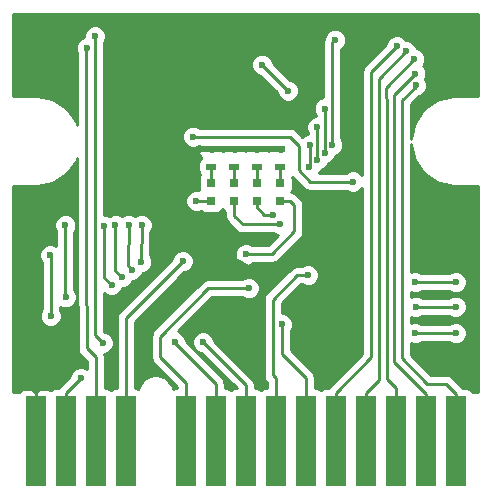
<source format=gbr>
G04 #@! TF.FileFunction,Copper,L2,Bot,Signal*
%FSLAX46Y46*%
G04 Gerber Fmt 4.6, Leading zero omitted, Abs format (unit mm)*
G04 Created by KiCad (PCBNEW 4.0.0-rc1-stable) date 20-08-2016 17:56:14*
%MOMM*%
G01*
G04 APERTURE LIST*
%ADD10C,0.100000*%
%ADD11R,1.778000X7.620000*%
%ADD12R,0.797560X0.797560*%
%ADD13R,0.900000X0.500000*%
%ADD14C,0.600000*%
%ADD15C,0.250000*%
%ADD16C,0.254000*%
G04 APERTURE END LIST*
D10*
D11*
X165100000Y-93980000D03*
X162560000Y-93980000D03*
X160020000Y-93980000D03*
X157480000Y-93980000D03*
X154940000Y-93980000D03*
X152400000Y-93980000D03*
X149860000Y-93980000D03*
X147320000Y-93980000D03*
X144780000Y-93980000D03*
X142240000Y-93980000D03*
X137160000Y-93980000D03*
X134620000Y-93980000D03*
X132080000Y-93980000D03*
X129540000Y-93980000D03*
D12*
X144400000Y-72150700D03*
X144400000Y-73649300D03*
X146367500Y-72148700D03*
X146367500Y-73647300D03*
X148272500Y-72148700D03*
X148272500Y-73647300D03*
X150250000Y-72150700D03*
X150250000Y-73649300D03*
D13*
X146367500Y-69227000D03*
X146367500Y-70727000D03*
X150241000Y-69227000D03*
X150241000Y-70727000D03*
X144399000Y-69227000D03*
X144399000Y-70727000D03*
X148272500Y-69227000D03*
X148272500Y-70727000D03*
D14*
X132050000Y-75700000D03*
X132080000Y-81788000D03*
X135960000Y-80750000D03*
X135330000Y-75730000D03*
X136280000Y-75720000D03*
X136820000Y-80120000D03*
X137690000Y-79470000D03*
X137410000Y-75710000D03*
X138490000Y-78810000D03*
X138500000Y-75680000D03*
X152730000Y-68920000D03*
X152710000Y-70790000D03*
X153370000Y-70160000D03*
X153380000Y-67380000D03*
X154000000Y-69550000D03*
X154010000Y-65820000D03*
X130746500Y-78232000D03*
X130810000Y-83375500D03*
X165100000Y-84836000D03*
X161671000Y-84836000D03*
X161671000Y-80518000D03*
X165100000Y-80518000D03*
X143150000Y-73650000D03*
X156400000Y-72000000D03*
X142850000Y-68200000D03*
X165100000Y-82600000D03*
X161700000Y-82600000D03*
X161700000Y-63860000D03*
X161680000Y-62870000D03*
X161600000Y-61640000D03*
X160900000Y-60990000D03*
X160110000Y-60530000D03*
X150400000Y-84100000D03*
X152600000Y-79925000D03*
X154900000Y-60000000D03*
X154650000Y-68900000D03*
X143700000Y-85600000D03*
X134550000Y-59700000D03*
X135200000Y-85650000D03*
X141300000Y-85600000D03*
X147574000Y-81026000D03*
X150900000Y-64300000D03*
X148700000Y-62100000D03*
X141986000Y-78740000D03*
X133850000Y-60700000D03*
X133350000Y-88646000D03*
X161671000Y-77216000D03*
X157099000Y-73660000D03*
X142319000Y-76906000D03*
X155450000Y-78725000D03*
X140100000Y-69225000D03*
X138325000Y-69200000D03*
X135900000Y-62700000D03*
X129560000Y-76950000D03*
X147325000Y-78175000D03*
X149606000Y-74803000D03*
X150241000Y-75628500D03*
D15*
X132030000Y-81738000D02*
X132050000Y-75700000D01*
X132080000Y-81788000D02*
X132030000Y-81738000D01*
X135930000Y-80750000D02*
X135960000Y-80750000D01*
X135300000Y-80120000D02*
X135930000Y-80750000D01*
X135300000Y-75760000D02*
X135300000Y-80120000D01*
X135330000Y-75730000D02*
X135300000Y-75760000D01*
X136280000Y-75720000D02*
X136280000Y-79580000D01*
X136280000Y-79580000D02*
X136820000Y-80120000D01*
X137410000Y-75710000D02*
X137392047Y-79039580D01*
X137392047Y-79039580D02*
X137690000Y-79470000D01*
X138490000Y-78810000D02*
X138500000Y-75680000D01*
X152730000Y-70770000D02*
X152730000Y-68920000D01*
X152710000Y-70790000D02*
X152730000Y-70770000D01*
X153370000Y-70160000D02*
X153370000Y-67400000D01*
X153370000Y-67400000D02*
X153380000Y-67390000D01*
X153380000Y-67390000D02*
X153380000Y-67380000D01*
X154000000Y-69550000D02*
X154010000Y-69540000D01*
X154010000Y-69540000D02*
X154010000Y-65820000D01*
X130810000Y-83375500D02*
X130810000Y-78295500D01*
X130810000Y-78295500D02*
X130746500Y-78232000D01*
X165100000Y-84836000D02*
X161671000Y-84836000D01*
X165100000Y-80518000D02*
X161671000Y-80518000D01*
X143150700Y-73649300D02*
X144400000Y-73649300D01*
X143150000Y-73650000D02*
X143150700Y-73649300D01*
X155150000Y-72000000D02*
X152750000Y-72000000D01*
X155150000Y-72000000D02*
X156400000Y-72000000D01*
X147550000Y-68200000D02*
X142850000Y-68200000D01*
X152750000Y-72000000D02*
X151800000Y-71050000D01*
X151800000Y-71050000D02*
X151800000Y-68950000D01*
X151800000Y-68950000D02*
X151050000Y-68200000D01*
X151050000Y-68200000D02*
X147550000Y-68200000D01*
X161700000Y-82600000D02*
X165100000Y-82600000D01*
X160559963Y-68299835D02*
X160559963Y-86959963D01*
X164250000Y-89100000D02*
X165100000Y-89950000D01*
X162700000Y-89100000D02*
X164250000Y-89100000D01*
X160559963Y-86959963D02*
X162700000Y-89100000D01*
X165100000Y-89950000D02*
X165100000Y-93980000D01*
X161700000Y-63860000D02*
X161700000Y-63870000D01*
X161700000Y-63870000D02*
X161700000Y-63970000D01*
X160570000Y-66300000D02*
X160570000Y-65100000D01*
X160559963Y-68299835D02*
X160570000Y-66310000D01*
X165100000Y-89950000D02*
X165100000Y-93980000D01*
X160570000Y-66310000D02*
X160570000Y-66300000D01*
X161700000Y-63970000D02*
X160570000Y-65100000D01*
X161700000Y-63870000D02*
X161691674Y-63878326D01*
X159900000Y-70100000D02*
X159900000Y-87300000D01*
X159900000Y-87300000D02*
X162560000Y-89960000D01*
X161210000Y-63340000D02*
X159900000Y-64650000D01*
X161680000Y-62870000D02*
X161210000Y-63340000D01*
X159900000Y-66580000D02*
X159900000Y-66050000D01*
X159900000Y-66050000D02*
X159900000Y-64650000D01*
X162560000Y-93980000D02*
X162560000Y-89960000D01*
X159900000Y-70100000D02*
X159900000Y-66580000D01*
X159250000Y-87900000D02*
X159250000Y-88750000D01*
X160020000Y-89520000D02*
X160020000Y-93980000D01*
X159250000Y-88750000D02*
X160020000Y-89520000D01*
X159250000Y-70400000D02*
X159250000Y-87900000D01*
X159250000Y-65840000D02*
X159250000Y-66360000D01*
X159240530Y-64069890D02*
X159250000Y-65840000D01*
X161600000Y-61640000D02*
X159240530Y-64069890D01*
X161600000Y-61640000D02*
X161600000Y-61640000D01*
X159250000Y-70400000D02*
X159250000Y-66360000D01*
X158600000Y-70477380D02*
X158600000Y-88780000D01*
X158600000Y-88780000D02*
X157480000Y-89900000D01*
X157480000Y-93980000D02*
X157480000Y-89900000D01*
X160900000Y-60990000D02*
X160900000Y-60990000D01*
X158602428Y-63313060D02*
X160900000Y-60990000D01*
X158600000Y-65550000D02*
X158602428Y-63313060D01*
X158600000Y-70477380D02*
X158600000Y-65550000D01*
X157950000Y-70500240D02*
X157950000Y-86890000D01*
X157950000Y-86890000D02*
X154940000Y-89900000D01*
X154940000Y-93980000D02*
X154940000Y-89900000D01*
X157950000Y-62690000D02*
X160110000Y-60530000D01*
X157950000Y-70500240D02*
X157950000Y-62690000D01*
X152400000Y-93980000D02*
X152400000Y-88600000D01*
X150400000Y-86600000D02*
X150400000Y-84100000D01*
X152400000Y-88600000D02*
X150400000Y-86600000D01*
X149600000Y-83500000D02*
X149600000Y-82000000D01*
X149600000Y-82000000D02*
X151675000Y-79925000D01*
X151675000Y-79925000D02*
X152600000Y-79925000D01*
X154850000Y-60000000D02*
X154900000Y-60000000D01*
X154650000Y-60200000D02*
X154850000Y-60000000D01*
X154650000Y-62700000D02*
X154650000Y-60200000D01*
X154650000Y-68900000D02*
X154650000Y-62700000D01*
X149860000Y-93980000D02*
X149860000Y-88660000D01*
X149860000Y-88660000D02*
X149600000Y-88400000D01*
X149600000Y-88400000D02*
X149600000Y-83500000D01*
X147320000Y-89220000D02*
X147320000Y-93980000D01*
X143700000Y-85600000D02*
X147320000Y-89220000D01*
X144780000Y-93980000D02*
X144780000Y-89120000D01*
X134550000Y-85000000D02*
X134550000Y-59700000D01*
X135200000Y-85650000D02*
X134550000Y-85000000D01*
X141300000Y-85640000D02*
X141300000Y-85600000D01*
X144780000Y-89120000D02*
X141300000Y-85640000D01*
X140050000Y-85725000D02*
X140050000Y-85121000D01*
X144145000Y-81026000D02*
X147574000Y-81026000D01*
X140050000Y-85121000D02*
X144145000Y-81026000D01*
X142240000Y-93980000D02*
X142240000Y-89040000D01*
X142240000Y-89040000D02*
X140050000Y-86850000D01*
X140050000Y-86850000D02*
X140050000Y-85725000D01*
X150900000Y-64300000D02*
X148700000Y-62100000D01*
X137150000Y-85090000D02*
X137150000Y-83576000D01*
X137150000Y-83576000D02*
X141986000Y-78740000D01*
X137150000Y-86460000D02*
X137150000Y-85090000D01*
X137150000Y-86460000D02*
X137150000Y-86460000D01*
X137150000Y-86460000D02*
X137160000Y-86460000D01*
X137160000Y-93980000D02*
X137160000Y-86460000D01*
X133836102Y-63600000D02*
X133836102Y-60713898D01*
X133836102Y-60713898D02*
X133850000Y-60700000D01*
X133836102Y-78899989D02*
X133836102Y-63600000D01*
X134620000Y-93980000D02*
X134620000Y-86890000D01*
X133850000Y-86120000D02*
X133836102Y-78899989D01*
X134620000Y-86890000D02*
X133850000Y-86120000D01*
X132080000Y-93980000D02*
X132080000Y-89916000D01*
X132080000Y-89916000D02*
X133350000Y-88646000D01*
X155450000Y-78725000D02*
X155463000Y-78725000D01*
X157099000Y-77089000D02*
X157099000Y-73660000D01*
X155463000Y-78725000D02*
X157099000Y-77089000D01*
X153162000Y-78825000D02*
X151426000Y-78825000D01*
X151426000Y-78825000D02*
X146304000Y-83947000D01*
X154686000Y-78825000D02*
X153162000Y-78825000D01*
X153162000Y-78825000D02*
X149775000Y-78825000D01*
X143518000Y-78105000D02*
X142319000Y-76906000D01*
X145669000Y-78105000D02*
X143518000Y-78105000D01*
X147701000Y-79248000D02*
X145669000Y-78105000D01*
X149352000Y-79248000D02*
X147701000Y-79248000D01*
X149775000Y-78825000D02*
X149352000Y-79248000D01*
X148300000Y-69200000D02*
X150214000Y-69200000D01*
X150214000Y-69200000D02*
X150241000Y-69227000D01*
X138325000Y-69200000D02*
X140075000Y-69200000D01*
X140075000Y-69200000D02*
X140100000Y-69225000D01*
X155350000Y-78825000D02*
X155450000Y-78725000D01*
X154686000Y-78825000D02*
X155350000Y-78825000D01*
X140125000Y-69200000D02*
X148300000Y-69200000D01*
X140100000Y-69225000D02*
X140125000Y-69200000D01*
X138325000Y-69200000D02*
X138300000Y-65500000D01*
X138300000Y-65500000D02*
X136700000Y-63900000D01*
X135900000Y-63100000D02*
X135900000Y-62700000D01*
X136700000Y-63900000D02*
X135900000Y-63100000D01*
X129540000Y-93980000D02*
X129540000Y-76970000D01*
X129540000Y-76970000D02*
X129560000Y-76950000D01*
X151099300Y-73649300D02*
X150250000Y-73649300D01*
X151450000Y-74000000D02*
X151099300Y-73649300D01*
X151450000Y-76225000D02*
X151450000Y-74000000D01*
X149525000Y-78150000D02*
X151450000Y-76225000D01*
X147350000Y-78150000D02*
X149525000Y-78150000D01*
X147325000Y-78175000D02*
X147350000Y-78150000D01*
X148272500Y-73647300D02*
X148272500Y-74168000D01*
X148907500Y-74803000D02*
X149606000Y-74803000D01*
X148272500Y-74168000D02*
X148907500Y-74803000D01*
X146367500Y-73647300D02*
X146367500Y-74930000D01*
X147066000Y-75628500D02*
X150241000Y-75628500D01*
X146367500Y-74930000D02*
X147066000Y-75628500D01*
X144400000Y-72150700D02*
X144400000Y-70700000D01*
X146350000Y-70773000D02*
X146304000Y-70727000D01*
X146350000Y-72150700D02*
X146350000Y-70773000D01*
X148300000Y-72150700D02*
X148300000Y-70700000D01*
X150250000Y-70736000D02*
X150241000Y-70727000D01*
X150250000Y-72150700D02*
X150250000Y-70736000D01*
D16*
G36*
X133076102Y-78899989D02*
X133076247Y-78900719D01*
X133076103Y-78901452D01*
X133090001Y-86121463D01*
X133119094Y-86266263D01*
X133147852Y-86410839D01*
X133148266Y-86411459D01*
X133148413Y-86412190D01*
X133230654Y-86534762D01*
X133312599Y-86657401D01*
X133860000Y-87204802D01*
X133860000Y-87845367D01*
X133536799Y-87711162D01*
X133164833Y-87710838D01*
X132821057Y-87852883D01*
X132557808Y-88115673D01*
X132415162Y-88459201D01*
X132415121Y-88506077D01*
X131542599Y-89378599D01*
X131446408Y-89522560D01*
X131191000Y-89522560D01*
X130955683Y-89566838D01*
X130814629Y-89657604D01*
X130788698Y-89631673D01*
X130555309Y-89535000D01*
X129825750Y-89535000D01*
X129667000Y-89693750D01*
X129667000Y-89789000D01*
X129413000Y-89789000D01*
X129413000Y-89693750D01*
X129254250Y-89535000D01*
X128524691Y-89535000D01*
X128291302Y-89631673D01*
X128133974Y-89789000D01*
X127635500Y-89789000D01*
X127635500Y-78417167D01*
X129811338Y-78417167D01*
X129953383Y-78760943D01*
X130050000Y-78857729D01*
X130050000Y-82813037D01*
X130017808Y-82845173D01*
X129875162Y-83188701D01*
X129874838Y-83560667D01*
X130016883Y-83904443D01*
X130279673Y-84167692D01*
X130623201Y-84310338D01*
X130995167Y-84310662D01*
X131338943Y-84168617D01*
X131602192Y-83905827D01*
X131744838Y-83562299D01*
X131745162Y-83190333D01*
X131603117Y-82846557D01*
X131570000Y-82813382D01*
X131570000Y-82588633D01*
X131893201Y-82722838D01*
X132265167Y-82723162D01*
X132608943Y-82581117D01*
X132872192Y-82318327D01*
X133014838Y-81974799D01*
X133015162Y-81602833D01*
X132873117Y-81259057D01*
X132791860Y-81177658D01*
X132808135Y-76264325D01*
X132842192Y-76230327D01*
X132984838Y-75886799D01*
X132985162Y-75514833D01*
X132843117Y-75171057D01*
X132580327Y-74907808D01*
X132236799Y-74765162D01*
X131864833Y-74764838D01*
X131521057Y-74906883D01*
X131257808Y-75169673D01*
X131115162Y-75513201D01*
X131114838Y-75885167D01*
X131256883Y-76228943D01*
X131288140Y-76260254D01*
X131284208Y-77447202D01*
X131276827Y-77439808D01*
X130933299Y-77297162D01*
X130561333Y-77296838D01*
X130217557Y-77438883D01*
X129954308Y-77701673D01*
X129811662Y-78045201D01*
X129811338Y-78417167D01*
X127635500Y-78417167D01*
X127635500Y-72390500D01*
X129540000Y-72390500D01*
X129601389Y-72378289D01*
X129663980Y-72378289D01*
X130879000Y-72136607D01*
X131108085Y-72041717D01*
X132138129Y-71353463D01*
X132313463Y-71178129D01*
X133001717Y-70148085D01*
X133076102Y-69968504D01*
X133076102Y-78899989D01*
X133076102Y-78899989D01*
G37*
X133076102Y-78899989D02*
X133076247Y-78900719D01*
X133076103Y-78901452D01*
X133090001Y-86121463D01*
X133119094Y-86266263D01*
X133147852Y-86410839D01*
X133148266Y-86411459D01*
X133148413Y-86412190D01*
X133230654Y-86534762D01*
X133312599Y-86657401D01*
X133860000Y-87204802D01*
X133860000Y-87845367D01*
X133536799Y-87711162D01*
X133164833Y-87710838D01*
X132821057Y-87852883D01*
X132557808Y-88115673D01*
X132415162Y-88459201D01*
X132415121Y-88506077D01*
X131542599Y-89378599D01*
X131446408Y-89522560D01*
X131191000Y-89522560D01*
X130955683Y-89566838D01*
X130814629Y-89657604D01*
X130788698Y-89631673D01*
X130555309Y-89535000D01*
X129825750Y-89535000D01*
X129667000Y-89693750D01*
X129667000Y-89789000D01*
X129413000Y-89789000D01*
X129413000Y-89693750D01*
X129254250Y-89535000D01*
X128524691Y-89535000D01*
X128291302Y-89631673D01*
X128133974Y-89789000D01*
X127635500Y-89789000D01*
X127635500Y-78417167D01*
X129811338Y-78417167D01*
X129953383Y-78760943D01*
X130050000Y-78857729D01*
X130050000Y-82813037D01*
X130017808Y-82845173D01*
X129875162Y-83188701D01*
X129874838Y-83560667D01*
X130016883Y-83904443D01*
X130279673Y-84167692D01*
X130623201Y-84310338D01*
X130995167Y-84310662D01*
X131338943Y-84168617D01*
X131602192Y-83905827D01*
X131744838Y-83562299D01*
X131745162Y-83190333D01*
X131603117Y-82846557D01*
X131570000Y-82813382D01*
X131570000Y-82588633D01*
X131893201Y-82722838D01*
X132265167Y-82723162D01*
X132608943Y-82581117D01*
X132872192Y-82318327D01*
X133014838Y-81974799D01*
X133015162Y-81602833D01*
X132873117Y-81259057D01*
X132791860Y-81177658D01*
X132808135Y-76264325D01*
X132842192Y-76230327D01*
X132984838Y-75886799D01*
X132985162Y-75514833D01*
X132843117Y-75171057D01*
X132580327Y-74907808D01*
X132236799Y-74765162D01*
X131864833Y-74764838D01*
X131521057Y-74906883D01*
X131257808Y-75169673D01*
X131115162Y-75513201D01*
X131114838Y-75885167D01*
X131256883Y-76228943D01*
X131288140Y-76260254D01*
X131284208Y-77447202D01*
X131276827Y-77439808D01*
X130933299Y-77297162D01*
X130561333Y-77296838D01*
X130217557Y-77438883D01*
X129954308Y-77701673D01*
X129811662Y-78045201D01*
X129811338Y-78417167D01*
X127635500Y-78417167D01*
X127635500Y-72390500D01*
X129540000Y-72390500D01*
X129601389Y-72378289D01*
X129663980Y-72378289D01*
X130879000Y-72136607D01*
X131108085Y-72041717D01*
X132138129Y-71353463D01*
X132313463Y-71178129D01*
X133001717Y-70148085D01*
X133076102Y-69968504D01*
X133076102Y-78899989D01*
G36*
X161543393Y-69919000D02*
X161610217Y-70080327D01*
X161638283Y-70148085D01*
X162326537Y-71178129D01*
X162501871Y-71353463D01*
X163531915Y-72041717D01*
X163761000Y-72136607D01*
X164976021Y-72378289D01*
X165038612Y-72378289D01*
X165100000Y-72390500D01*
X167004500Y-72390500D01*
X167004500Y-89789000D01*
X166498418Y-89789000D01*
X166453090Y-89718559D01*
X166240890Y-89573569D01*
X165989000Y-89522560D01*
X165710874Y-89522560D01*
X165637401Y-89412599D01*
X164787401Y-88562599D01*
X164540839Y-88397852D01*
X164250000Y-88340000D01*
X163014802Y-88340000D01*
X161319963Y-86645161D01*
X161319963Y-85702640D01*
X161484201Y-85770838D01*
X161856167Y-85771162D01*
X162199943Y-85629117D01*
X162233118Y-85596000D01*
X164537537Y-85596000D01*
X164569673Y-85628192D01*
X164913201Y-85770838D01*
X165285167Y-85771162D01*
X165628943Y-85629117D01*
X165892192Y-85366327D01*
X166034838Y-85022799D01*
X166035162Y-84650833D01*
X165893117Y-84307057D01*
X165630327Y-84043808D01*
X165286799Y-83901162D01*
X164914833Y-83900838D01*
X164571057Y-84042883D01*
X164537882Y-84076000D01*
X162233463Y-84076000D01*
X162201327Y-84043808D01*
X161857799Y-83901162D01*
X161485833Y-83900838D01*
X161319963Y-83969374D01*
X161319963Y-83454598D01*
X161513201Y-83534838D01*
X161885167Y-83535162D01*
X162228943Y-83393117D01*
X162262118Y-83360000D01*
X164537537Y-83360000D01*
X164569673Y-83392192D01*
X164913201Y-83534838D01*
X165285167Y-83535162D01*
X165628943Y-83393117D01*
X165892192Y-83130327D01*
X166034838Y-82786799D01*
X166035162Y-82414833D01*
X165893117Y-82071057D01*
X165630327Y-81807808D01*
X165286799Y-81665162D01*
X164914833Y-81664838D01*
X164571057Y-81806883D01*
X164537882Y-81840000D01*
X162262463Y-81840000D01*
X162230327Y-81807808D01*
X161886799Y-81665162D01*
X161514833Y-81664838D01*
X161319963Y-81745356D01*
X161319963Y-81384640D01*
X161484201Y-81452838D01*
X161856167Y-81453162D01*
X162199943Y-81311117D01*
X162233118Y-81278000D01*
X164537537Y-81278000D01*
X164569673Y-81310192D01*
X164913201Y-81452838D01*
X165285167Y-81453162D01*
X165628943Y-81311117D01*
X165892192Y-81048327D01*
X166034838Y-80704799D01*
X166035162Y-80332833D01*
X165893117Y-79989057D01*
X165630327Y-79725808D01*
X165286799Y-79583162D01*
X164914833Y-79582838D01*
X164571057Y-79724883D01*
X164537882Y-79758000D01*
X162233463Y-79758000D01*
X162201327Y-79725808D01*
X161857799Y-79583162D01*
X161485833Y-79582838D01*
X161319963Y-79651374D01*
X161319963Y-68795739D01*
X161543393Y-69919000D01*
X161543393Y-69919000D01*
G37*
X161543393Y-69919000D02*
X161610217Y-70080327D01*
X161638283Y-70148085D01*
X162326537Y-71178129D01*
X162501871Y-71353463D01*
X163531915Y-72041717D01*
X163761000Y-72136607D01*
X164976021Y-72378289D01*
X165038612Y-72378289D01*
X165100000Y-72390500D01*
X167004500Y-72390500D01*
X167004500Y-89789000D01*
X166498418Y-89789000D01*
X166453090Y-89718559D01*
X166240890Y-89573569D01*
X165989000Y-89522560D01*
X165710874Y-89522560D01*
X165637401Y-89412599D01*
X164787401Y-88562599D01*
X164540839Y-88397852D01*
X164250000Y-88340000D01*
X163014802Y-88340000D01*
X161319963Y-86645161D01*
X161319963Y-85702640D01*
X161484201Y-85770838D01*
X161856167Y-85771162D01*
X162199943Y-85629117D01*
X162233118Y-85596000D01*
X164537537Y-85596000D01*
X164569673Y-85628192D01*
X164913201Y-85770838D01*
X165285167Y-85771162D01*
X165628943Y-85629117D01*
X165892192Y-85366327D01*
X166034838Y-85022799D01*
X166035162Y-84650833D01*
X165893117Y-84307057D01*
X165630327Y-84043808D01*
X165286799Y-83901162D01*
X164914833Y-83900838D01*
X164571057Y-84042883D01*
X164537882Y-84076000D01*
X162233463Y-84076000D01*
X162201327Y-84043808D01*
X161857799Y-83901162D01*
X161485833Y-83900838D01*
X161319963Y-83969374D01*
X161319963Y-83454598D01*
X161513201Y-83534838D01*
X161885167Y-83535162D01*
X162228943Y-83393117D01*
X162262118Y-83360000D01*
X164537537Y-83360000D01*
X164569673Y-83392192D01*
X164913201Y-83534838D01*
X165285167Y-83535162D01*
X165628943Y-83393117D01*
X165892192Y-83130327D01*
X166034838Y-82786799D01*
X166035162Y-82414833D01*
X165893117Y-82071057D01*
X165630327Y-81807808D01*
X165286799Y-81665162D01*
X164914833Y-81664838D01*
X164571057Y-81806883D01*
X164537882Y-81840000D01*
X162262463Y-81840000D01*
X162230327Y-81807808D01*
X161886799Y-81665162D01*
X161514833Y-81664838D01*
X161319963Y-81745356D01*
X161319963Y-81384640D01*
X161484201Y-81452838D01*
X161856167Y-81453162D01*
X162199943Y-81311117D01*
X162233118Y-81278000D01*
X164537537Y-81278000D01*
X164569673Y-81310192D01*
X164913201Y-81452838D01*
X165285167Y-81453162D01*
X165628943Y-81311117D01*
X165892192Y-81048327D01*
X166034838Y-80704799D01*
X166035162Y-80332833D01*
X165893117Y-79989057D01*
X165630327Y-79725808D01*
X165286799Y-79583162D01*
X164914833Y-79582838D01*
X164571057Y-79724883D01*
X164537882Y-79758000D01*
X162233463Y-79758000D01*
X162201327Y-79725808D01*
X161857799Y-79583162D01*
X161485833Y-79582838D01*
X161319963Y-79651374D01*
X161319963Y-68795739D01*
X161543393Y-69919000D01*
G36*
X167004500Y-64769500D02*
X165100000Y-64769500D01*
X165038612Y-64781711D01*
X164976021Y-64781711D01*
X163761000Y-65023393D01*
X163531915Y-65118283D01*
X162501871Y-65806537D01*
X162326537Y-65981871D01*
X161638283Y-67011915D01*
X161543393Y-67241000D01*
X161319963Y-68364261D01*
X161319963Y-68301686D01*
X161329990Y-66313834D01*
X161329619Y-66311917D01*
X161330000Y-66310000D01*
X161330000Y-65414802D01*
X161995037Y-64749765D01*
X162228943Y-64653117D01*
X162492192Y-64390327D01*
X162634838Y-64046799D01*
X162635162Y-63674833D01*
X162497027Y-63340519D01*
X162614838Y-63056799D01*
X162615162Y-62684833D01*
X162473117Y-62341057D01*
X162347360Y-62215081D01*
X162392192Y-62170327D01*
X162534838Y-61826799D01*
X162535162Y-61454833D01*
X162393117Y-61111057D01*
X162130327Y-60847808D01*
X161795466Y-60708761D01*
X161693117Y-60461057D01*
X161430327Y-60197808D01*
X161086799Y-60055162D01*
X160925415Y-60055021D01*
X160903117Y-60001057D01*
X160640327Y-59737808D01*
X160296799Y-59595162D01*
X159924833Y-59594838D01*
X159581057Y-59736883D01*
X159317808Y-59999673D01*
X159175162Y-60343201D01*
X159175121Y-60390077D01*
X157412599Y-62152599D01*
X157247852Y-62399161D01*
X157190000Y-62690000D01*
X157190000Y-71467935D01*
X156930327Y-71207808D01*
X156586799Y-71065162D01*
X156214833Y-71064838D01*
X155871057Y-71206883D01*
X155837882Y-71240000D01*
X153535547Y-71240000D01*
X153604082Y-71074951D01*
X153898943Y-70953117D01*
X154162192Y-70690327D01*
X154260270Y-70454130D01*
X154528943Y-70343117D01*
X154792192Y-70080327D01*
X154906177Y-69805821D01*
X155178943Y-69693117D01*
X155442192Y-69430327D01*
X155584838Y-69086799D01*
X155585162Y-68714833D01*
X155443117Y-68371057D01*
X155410000Y-68337882D01*
X155410000Y-60800944D01*
X155428943Y-60793117D01*
X155692192Y-60530327D01*
X155834838Y-60186799D01*
X155835162Y-59814833D01*
X155693117Y-59471057D01*
X155430327Y-59207808D01*
X155086799Y-59065162D01*
X154714833Y-59064838D01*
X154371057Y-59206883D01*
X154107808Y-59469673D01*
X153965162Y-59813201D01*
X153965101Y-59883346D01*
X153947852Y-59909161D01*
X153890000Y-60200000D01*
X153890000Y-64884895D01*
X153824833Y-64884838D01*
X153481057Y-65026883D01*
X153217808Y-65289673D01*
X153075162Y-65633201D01*
X153074838Y-66005167D01*
X153216883Y-66348943D01*
X153250000Y-66382118D01*
X153250000Y-66444886D01*
X153194833Y-66444838D01*
X152851057Y-66586883D01*
X152587808Y-66849673D01*
X152445162Y-67193201D01*
X152444838Y-67565167D01*
X152586883Y-67908943D01*
X152610000Y-67932100D01*
X152610000Y-67984895D01*
X152544833Y-67984838D01*
X152201057Y-68126883D01*
X152126306Y-68201504D01*
X151587401Y-67662599D01*
X151340839Y-67497852D01*
X151050000Y-67440000D01*
X143412463Y-67440000D01*
X143380327Y-67407808D01*
X143036799Y-67265162D01*
X142664833Y-67264838D01*
X142321057Y-67406883D01*
X142057808Y-67669673D01*
X141915162Y-68013201D01*
X141914838Y-68385167D01*
X142056883Y-68728943D01*
X142319673Y-68992192D01*
X142663201Y-69134838D01*
X143035167Y-69135162D01*
X143368275Y-68997525D01*
X143472750Y-69102000D01*
X144272000Y-69102000D01*
X144272000Y-69080000D01*
X144526000Y-69080000D01*
X144526000Y-69102000D01*
X145325250Y-69102000D01*
X145383250Y-69044000D01*
X145441250Y-69102000D01*
X146240500Y-69102000D01*
X146240500Y-69080000D01*
X146494500Y-69080000D01*
X146494500Y-69102000D01*
X147293750Y-69102000D01*
X147320000Y-69075750D01*
X147346250Y-69102000D01*
X148145500Y-69102000D01*
X148145500Y-69080000D01*
X148399500Y-69080000D01*
X148399500Y-69102000D01*
X149198750Y-69102000D01*
X149256750Y-69044000D01*
X149314750Y-69102000D01*
X150114000Y-69102000D01*
X150114000Y-69080000D01*
X150368000Y-69080000D01*
X150368000Y-69102000D01*
X150388000Y-69102000D01*
X150388000Y-69352000D01*
X150368000Y-69352000D01*
X150368000Y-69374000D01*
X150114000Y-69374000D01*
X150114000Y-69352000D01*
X149314750Y-69352000D01*
X149256750Y-69410000D01*
X149198750Y-69352000D01*
X148399500Y-69352000D01*
X148399500Y-69374000D01*
X148145500Y-69374000D01*
X148145500Y-69352000D01*
X147346250Y-69352000D01*
X147320000Y-69378250D01*
X147293750Y-69352000D01*
X146494500Y-69352000D01*
X146494500Y-69374000D01*
X146240500Y-69374000D01*
X146240500Y-69352000D01*
X145441250Y-69352000D01*
X145383250Y-69410000D01*
X145325250Y-69352000D01*
X144526000Y-69352000D01*
X144526000Y-69374000D01*
X144272000Y-69374000D01*
X144272000Y-69352000D01*
X143472750Y-69352000D01*
X143314000Y-69510750D01*
X143314000Y-69603309D01*
X143410673Y-69836698D01*
X143551910Y-69977936D01*
X143497559Y-70012910D01*
X143352569Y-70225110D01*
X143301560Y-70477000D01*
X143301560Y-70977000D01*
X143345838Y-71212317D01*
X143469775Y-71404920D01*
X143404789Y-71500030D01*
X143353780Y-71751920D01*
X143353780Y-72549480D01*
X143389037Y-72736853D01*
X143336799Y-72715162D01*
X142964833Y-72714838D01*
X142621057Y-72856883D01*
X142357808Y-73119673D01*
X142215162Y-73463201D01*
X142214838Y-73835167D01*
X142356883Y-74178943D01*
X142619673Y-74442192D01*
X142963201Y-74584838D01*
X143335167Y-74585162D01*
X143539129Y-74500887D01*
X143749330Y-74644511D01*
X144001220Y-74695520D01*
X144798780Y-74695520D01*
X145034097Y-74651242D01*
X145250221Y-74512170D01*
X145386095Y-74313312D01*
X145504630Y-74497521D01*
X145607500Y-74567809D01*
X145607500Y-74930000D01*
X145665352Y-75220839D01*
X145830099Y-75467401D01*
X146528599Y-76165901D01*
X146775160Y-76330648D01*
X147066000Y-76388500D01*
X149678537Y-76388500D01*
X149710673Y-76420692D01*
X150041948Y-76558250D01*
X149210198Y-77390000D01*
X147862506Y-77390000D01*
X147855327Y-77382808D01*
X147511799Y-77240162D01*
X147139833Y-77239838D01*
X146796057Y-77381883D01*
X146532808Y-77644673D01*
X146390162Y-77988201D01*
X146389838Y-78360167D01*
X146531883Y-78703943D01*
X146794673Y-78967192D01*
X147138201Y-79109838D01*
X147510167Y-79110162D01*
X147853943Y-78968117D01*
X147912162Y-78910000D01*
X149525000Y-78910000D01*
X149815839Y-78852148D01*
X150062401Y-78687401D01*
X151987401Y-76762401D01*
X152152148Y-76515839D01*
X152210000Y-76225000D01*
X152210000Y-74000000D01*
X152152148Y-73709161D01*
X151987401Y-73462599D01*
X151636701Y-73111899D01*
X151390139Y-72947152D01*
X151181439Y-72905639D01*
X151177815Y-72900007D01*
X151245211Y-72801370D01*
X151296220Y-72549480D01*
X151296220Y-71751920D01*
X151265881Y-71590683D01*
X152212599Y-72537401D01*
X152459161Y-72702148D01*
X152750000Y-72760000D01*
X155837537Y-72760000D01*
X155869673Y-72792192D01*
X156213201Y-72934838D01*
X156585167Y-72935162D01*
X156928943Y-72793117D01*
X157190000Y-72532515D01*
X157190000Y-86575198D01*
X154402599Y-89362599D01*
X154295717Y-89522560D01*
X154051000Y-89522560D01*
X153815683Y-89566838D01*
X153669093Y-89661166D01*
X153540890Y-89573569D01*
X153289000Y-89522560D01*
X153160000Y-89522560D01*
X153160000Y-88600000D01*
X153102148Y-88309161D01*
X152937401Y-88062599D01*
X151160000Y-86285198D01*
X151160000Y-84662463D01*
X151192192Y-84630327D01*
X151334838Y-84286799D01*
X151335162Y-83914833D01*
X151193117Y-83571057D01*
X150930327Y-83307808D01*
X150586799Y-83165162D01*
X150360000Y-83164964D01*
X150360000Y-82314802D01*
X151989802Y-80685000D01*
X152037537Y-80685000D01*
X152069673Y-80717192D01*
X152413201Y-80859838D01*
X152785167Y-80860162D01*
X153128943Y-80718117D01*
X153392192Y-80455327D01*
X153534838Y-80111799D01*
X153535162Y-79739833D01*
X153393117Y-79396057D01*
X153130327Y-79132808D01*
X152786799Y-78990162D01*
X152414833Y-78989838D01*
X152071057Y-79131883D01*
X152037882Y-79165000D01*
X151675000Y-79165000D01*
X151384161Y-79222852D01*
X151137599Y-79387599D01*
X149062599Y-81462599D01*
X148897852Y-81709161D01*
X148840000Y-82000000D01*
X148840000Y-88400000D01*
X148897852Y-88690839D01*
X149062599Y-88937401D01*
X149100000Y-88974802D01*
X149100000Y-89522560D01*
X148971000Y-89522560D01*
X148735683Y-89566838D01*
X148589093Y-89661166D01*
X148460890Y-89573569D01*
X148209000Y-89522560D01*
X148080000Y-89522560D01*
X148080000Y-89220000D01*
X148022148Y-88929161D01*
X147857401Y-88682599D01*
X144635122Y-85460320D01*
X144635162Y-85414833D01*
X144493117Y-85071057D01*
X144230327Y-84807808D01*
X143886799Y-84665162D01*
X143514833Y-84664838D01*
X143171057Y-84806883D01*
X142907808Y-85069673D01*
X142765162Y-85413201D01*
X142764838Y-85785167D01*
X142906883Y-86128943D01*
X143169673Y-86392192D01*
X143513201Y-86534838D01*
X143560077Y-86534879D01*
X146547758Y-89522560D01*
X146431000Y-89522560D01*
X146195683Y-89566838D01*
X146049093Y-89661166D01*
X145920890Y-89573569D01*
X145669000Y-89522560D01*
X145540000Y-89522560D01*
X145540000Y-89120000D01*
X145506352Y-88950840D01*
X145482148Y-88829160D01*
X145317401Y-88582599D01*
X142235088Y-85500286D01*
X142235162Y-85414833D01*
X142093117Y-85071057D01*
X141830327Y-84807808D01*
X141553107Y-84692695D01*
X144459802Y-81786000D01*
X147011537Y-81786000D01*
X147043673Y-81818192D01*
X147387201Y-81960838D01*
X147759167Y-81961162D01*
X148102943Y-81819117D01*
X148366192Y-81556327D01*
X148508838Y-81212799D01*
X148509162Y-80840833D01*
X148367117Y-80497057D01*
X148104327Y-80233808D01*
X147760799Y-80091162D01*
X147388833Y-80090838D01*
X147045057Y-80232883D01*
X147011882Y-80266000D01*
X144145000Y-80266000D01*
X143854161Y-80323852D01*
X143607599Y-80488599D01*
X139512599Y-84583599D01*
X139347852Y-84830161D01*
X139290000Y-85121000D01*
X139290000Y-86850000D01*
X139347852Y-87140839D01*
X139512599Y-87387401D01*
X141480000Y-89354802D01*
X141480000Y-89522560D01*
X141351000Y-89522560D01*
X141165628Y-89557440D01*
X141144618Y-89451814D01*
X141052392Y-89229161D01*
X141049728Y-89222729D01*
X140857017Y-88934317D01*
X140681683Y-88758983D01*
X140393271Y-88566272D01*
X140326173Y-88538480D01*
X140164186Y-88471382D01*
X139823980Y-88403711D01*
X139700000Y-88403712D01*
X139576020Y-88403711D01*
X139235814Y-88471382D01*
X139160450Y-88502599D01*
X139006729Y-88566272D01*
X138718317Y-88758983D01*
X138542983Y-88934317D01*
X138350272Y-89222729D01*
X138347608Y-89229161D01*
X138255382Y-89451814D01*
X138233863Y-89559996D01*
X138049000Y-89522560D01*
X137920000Y-89522560D01*
X137920000Y-86460000D01*
X137910000Y-86409727D01*
X137910000Y-83890802D01*
X142125680Y-79675122D01*
X142171167Y-79675162D01*
X142514943Y-79533117D01*
X142778192Y-79270327D01*
X142920838Y-78926799D01*
X142921162Y-78554833D01*
X142779117Y-78211057D01*
X142516327Y-77947808D01*
X142172799Y-77805162D01*
X141800833Y-77804838D01*
X141457057Y-77946883D01*
X141193808Y-78209673D01*
X141051162Y-78553201D01*
X141051121Y-78600077D01*
X136612599Y-83038599D01*
X136447852Y-83285161D01*
X136390000Y-83576000D01*
X136390000Y-86460000D01*
X136400000Y-86510273D01*
X136400000Y-89522560D01*
X136271000Y-89522560D01*
X136035683Y-89566838D01*
X135889093Y-89661166D01*
X135760890Y-89573569D01*
X135509000Y-89522560D01*
X135380000Y-89522560D01*
X135380000Y-86890000D01*
X135322148Y-86599161D01*
X135322148Y-86599160D01*
X135312753Y-86585099D01*
X135385167Y-86585162D01*
X135728943Y-86443117D01*
X135992192Y-86180327D01*
X136134838Y-85836799D01*
X136135162Y-85464833D01*
X135993117Y-85121057D01*
X135730327Y-84857808D01*
X135386799Y-84715162D01*
X135339923Y-84715121D01*
X135310000Y-84685198D01*
X135310000Y-81422310D01*
X135429673Y-81542192D01*
X135773201Y-81684838D01*
X136145167Y-81685162D01*
X136488943Y-81543117D01*
X136752192Y-81280327D01*
X136845747Y-81055023D01*
X137005167Y-81055162D01*
X137348943Y-80913117D01*
X137612192Y-80650327D01*
X137714052Y-80405022D01*
X137875167Y-80405162D01*
X138218943Y-80263117D01*
X138482192Y-80000327D01*
X138588178Y-79745086D01*
X138675167Y-79745162D01*
X139018943Y-79603117D01*
X139282192Y-79340327D01*
X139424838Y-78996799D01*
X139425162Y-78624833D01*
X139283117Y-78281057D01*
X139251794Y-78249679D01*
X139258201Y-76244259D01*
X139292192Y-76210327D01*
X139434838Y-75866799D01*
X139435162Y-75494833D01*
X139293117Y-75151057D01*
X139030327Y-74887808D01*
X138686799Y-74745162D01*
X138314833Y-74744838D01*
X137971057Y-74886883D01*
X137940151Y-74917735D01*
X137596799Y-74775162D01*
X137224833Y-74774838D01*
X136881057Y-74916883D01*
X136840168Y-74957701D01*
X136810327Y-74927808D01*
X136466799Y-74785162D01*
X136094833Y-74784838D01*
X135792639Y-74909702D01*
X135516799Y-74795162D01*
X135310000Y-74794982D01*
X135310000Y-62285167D01*
X147764838Y-62285167D01*
X147906883Y-62628943D01*
X148169673Y-62892192D01*
X148513201Y-63034838D01*
X148560077Y-63034879D01*
X149964878Y-64439680D01*
X149964838Y-64485167D01*
X150106883Y-64828943D01*
X150369673Y-65092192D01*
X150713201Y-65234838D01*
X151085167Y-65235162D01*
X151428943Y-65093117D01*
X151692192Y-64830327D01*
X151834838Y-64486799D01*
X151835162Y-64114833D01*
X151693117Y-63771057D01*
X151430327Y-63507808D01*
X151086799Y-63365162D01*
X151039923Y-63365121D01*
X149635122Y-61960320D01*
X149635162Y-61914833D01*
X149493117Y-61571057D01*
X149230327Y-61307808D01*
X148886799Y-61165162D01*
X148514833Y-61164838D01*
X148171057Y-61306883D01*
X147907808Y-61569673D01*
X147765162Y-61913201D01*
X147764838Y-62285167D01*
X135310000Y-62285167D01*
X135310000Y-60262463D01*
X135342192Y-60230327D01*
X135484838Y-59886799D01*
X135485162Y-59514833D01*
X135343117Y-59171057D01*
X135080327Y-58907808D01*
X134736799Y-58765162D01*
X134364833Y-58764838D01*
X134021057Y-58906883D01*
X133757808Y-59169673D01*
X133615162Y-59513201D01*
X133614925Y-59785460D01*
X133321057Y-59906883D01*
X133057808Y-60169673D01*
X132915162Y-60513201D01*
X132914838Y-60885167D01*
X133056883Y-61228943D01*
X133076102Y-61248196D01*
X133076102Y-67191497D01*
X133046487Y-67120000D01*
X133001717Y-67011915D01*
X132313463Y-65981871D01*
X132138129Y-65806537D01*
X131108085Y-65118283D01*
X131107044Y-65117852D01*
X130879000Y-65023393D01*
X129663980Y-64781711D01*
X129601389Y-64781711D01*
X129540000Y-64769500D01*
X127635500Y-64769500D01*
X127635500Y-57785500D01*
X167004500Y-57785500D01*
X167004500Y-64769500D01*
X167004500Y-64769500D01*
G37*
X167004500Y-64769500D02*
X165100000Y-64769500D01*
X165038612Y-64781711D01*
X164976021Y-64781711D01*
X163761000Y-65023393D01*
X163531915Y-65118283D01*
X162501871Y-65806537D01*
X162326537Y-65981871D01*
X161638283Y-67011915D01*
X161543393Y-67241000D01*
X161319963Y-68364261D01*
X161319963Y-68301686D01*
X161329990Y-66313834D01*
X161329619Y-66311917D01*
X161330000Y-66310000D01*
X161330000Y-65414802D01*
X161995037Y-64749765D01*
X162228943Y-64653117D01*
X162492192Y-64390327D01*
X162634838Y-64046799D01*
X162635162Y-63674833D01*
X162497027Y-63340519D01*
X162614838Y-63056799D01*
X162615162Y-62684833D01*
X162473117Y-62341057D01*
X162347360Y-62215081D01*
X162392192Y-62170327D01*
X162534838Y-61826799D01*
X162535162Y-61454833D01*
X162393117Y-61111057D01*
X162130327Y-60847808D01*
X161795466Y-60708761D01*
X161693117Y-60461057D01*
X161430327Y-60197808D01*
X161086799Y-60055162D01*
X160925415Y-60055021D01*
X160903117Y-60001057D01*
X160640327Y-59737808D01*
X160296799Y-59595162D01*
X159924833Y-59594838D01*
X159581057Y-59736883D01*
X159317808Y-59999673D01*
X159175162Y-60343201D01*
X159175121Y-60390077D01*
X157412599Y-62152599D01*
X157247852Y-62399161D01*
X157190000Y-62690000D01*
X157190000Y-71467935D01*
X156930327Y-71207808D01*
X156586799Y-71065162D01*
X156214833Y-71064838D01*
X155871057Y-71206883D01*
X155837882Y-71240000D01*
X153535547Y-71240000D01*
X153604082Y-71074951D01*
X153898943Y-70953117D01*
X154162192Y-70690327D01*
X154260270Y-70454130D01*
X154528943Y-70343117D01*
X154792192Y-70080327D01*
X154906177Y-69805821D01*
X155178943Y-69693117D01*
X155442192Y-69430327D01*
X155584838Y-69086799D01*
X155585162Y-68714833D01*
X155443117Y-68371057D01*
X155410000Y-68337882D01*
X155410000Y-60800944D01*
X155428943Y-60793117D01*
X155692192Y-60530327D01*
X155834838Y-60186799D01*
X155835162Y-59814833D01*
X155693117Y-59471057D01*
X155430327Y-59207808D01*
X155086799Y-59065162D01*
X154714833Y-59064838D01*
X154371057Y-59206883D01*
X154107808Y-59469673D01*
X153965162Y-59813201D01*
X153965101Y-59883346D01*
X153947852Y-59909161D01*
X153890000Y-60200000D01*
X153890000Y-64884895D01*
X153824833Y-64884838D01*
X153481057Y-65026883D01*
X153217808Y-65289673D01*
X153075162Y-65633201D01*
X153074838Y-66005167D01*
X153216883Y-66348943D01*
X153250000Y-66382118D01*
X153250000Y-66444886D01*
X153194833Y-66444838D01*
X152851057Y-66586883D01*
X152587808Y-66849673D01*
X152445162Y-67193201D01*
X152444838Y-67565167D01*
X152586883Y-67908943D01*
X152610000Y-67932100D01*
X152610000Y-67984895D01*
X152544833Y-67984838D01*
X152201057Y-68126883D01*
X152126306Y-68201504D01*
X151587401Y-67662599D01*
X151340839Y-67497852D01*
X151050000Y-67440000D01*
X143412463Y-67440000D01*
X143380327Y-67407808D01*
X143036799Y-67265162D01*
X142664833Y-67264838D01*
X142321057Y-67406883D01*
X142057808Y-67669673D01*
X141915162Y-68013201D01*
X141914838Y-68385167D01*
X142056883Y-68728943D01*
X142319673Y-68992192D01*
X142663201Y-69134838D01*
X143035167Y-69135162D01*
X143368275Y-68997525D01*
X143472750Y-69102000D01*
X144272000Y-69102000D01*
X144272000Y-69080000D01*
X144526000Y-69080000D01*
X144526000Y-69102000D01*
X145325250Y-69102000D01*
X145383250Y-69044000D01*
X145441250Y-69102000D01*
X146240500Y-69102000D01*
X146240500Y-69080000D01*
X146494500Y-69080000D01*
X146494500Y-69102000D01*
X147293750Y-69102000D01*
X147320000Y-69075750D01*
X147346250Y-69102000D01*
X148145500Y-69102000D01*
X148145500Y-69080000D01*
X148399500Y-69080000D01*
X148399500Y-69102000D01*
X149198750Y-69102000D01*
X149256750Y-69044000D01*
X149314750Y-69102000D01*
X150114000Y-69102000D01*
X150114000Y-69080000D01*
X150368000Y-69080000D01*
X150368000Y-69102000D01*
X150388000Y-69102000D01*
X150388000Y-69352000D01*
X150368000Y-69352000D01*
X150368000Y-69374000D01*
X150114000Y-69374000D01*
X150114000Y-69352000D01*
X149314750Y-69352000D01*
X149256750Y-69410000D01*
X149198750Y-69352000D01*
X148399500Y-69352000D01*
X148399500Y-69374000D01*
X148145500Y-69374000D01*
X148145500Y-69352000D01*
X147346250Y-69352000D01*
X147320000Y-69378250D01*
X147293750Y-69352000D01*
X146494500Y-69352000D01*
X146494500Y-69374000D01*
X146240500Y-69374000D01*
X146240500Y-69352000D01*
X145441250Y-69352000D01*
X145383250Y-69410000D01*
X145325250Y-69352000D01*
X144526000Y-69352000D01*
X144526000Y-69374000D01*
X144272000Y-69374000D01*
X144272000Y-69352000D01*
X143472750Y-69352000D01*
X143314000Y-69510750D01*
X143314000Y-69603309D01*
X143410673Y-69836698D01*
X143551910Y-69977936D01*
X143497559Y-70012910D01*
X143352569Y-70225110D01*
X143301560Y-70477000D01*
X143301560Y-70977000D01*
X143345838Y-71212317D01*
X143469775Y-71404920D01*
X143404789Y-71500030D01*
X143353780Y-71751920D01*
X143353780Y-72549480D01*
X143389037Y-72736853D01*
X143336799Y-72715162D01*
X142964833Y-72714838D01*
X142621057Y-72856883D01*
X142357808Y-73119673D01*
X142215162Y-73463201D01*
X142214838Y-73835167D01*
X142356883Y-74178943D01*
X142619673Y-74442192D01*
X142963201Y-74584838D01*
X143335167Y-74585162D01*
X143539129Y-74500887D01*
X143749330Y-74644511D01*
X144001220Y-74695520D01*
X144798780Y-74695520D01*
X145034097Y-74651242D01*
X145250221Y-74512170D01*
X145386095Y-74313312D01*
X145504630Y-74497521D01*
X145607500Y-74567809D01*
X145607500Y-74930000D01*
X145665352Y-75220839D01*
X145830099Y-75467401D01*
X146528599Y-76165901D01*
X146775160Y-76330648D01*
X147066000Y-76388500D01*
X149678537Y-76388500D01*
X149710673Y-76420692D01*
X150041948Y-76558250D01*
X149210198Y-77390000D01*
X147862506Y-77390000D01*
X147855327Y-77382808D01*
X147511799Y-77240162D01*
X147139833Y-77239838D01*
X146796057Y-77381883D01*
X146532808Y-77644673D01*
X146390162Y-77988201D01*
X146389838Y-78360167D01*
X146531883Y-78703943D01*
X146794673Y-78967192D01*
X147138201Y-79109838D01*
X147510167Y-79110162D01*
X147853943Y-78968117D01*
X147912162Y-78910000D01*
X149525000Y-78910000D01*
X149815839Y-78852148D01*
X150062401Y-78687401D01*
X151987401Y-76762401D01*
X152152148Y-76515839D01*
X152210000Y-76225000D01*
X152210000Y-74000000D01*
X152152148Y-73709161D01*
X151987401Y-73462599D01*
X151636701Y-73111899D01*
X151390139Y-72947152D01*
X151181439Y-72905639D01*
X151177815Y-72900007D01*
X151245211Y-72801370D01*
X151296220Y-72549480D01*
X151296220Y-71751920D01*
X151265881Y-71590683D01*
X152212599Y-72537401D01*
X152459161Y-72702148D01*
X152750000Y-72760000D01*
X155837537Y-72760000D01*
X155869673Y-72792192D01*
X156213201Y-72934838D01*
X156585167Y-72935162D01*
X156928943Y-72793117D01*
X157190000Y-72532515D01*
X157190000Y-86575198D01*
X154402599Y-89362599D01*
X154295717Y-89522560D01*
X154051000Y-89522560D01*
X153815683Y-89566838D01*
X153669093Y-89661166D01*
X153540890Y-89573569D01*
X153289000Y-89522560D01*
X153160000Y-89522560D01*
X153160000Y-88600000D01*
X153102148Y-88309161D01*
X152937401Y-88062599D01*
X151160000Y-86285198D01*
X151160000Y-84662463D01*
X151192192Y-84630327D01*
X151334838Y-84286799D01*
X151335162Y-83914833D01*
X151193117Y-83571057D01*
X150930327Y-83307808D01*
X150586799Y-83165162D01*
X150360000Y-83164964D01*
X150360000Y-82314802D01*
X151989802Y-80685000D01*
X152037537Y-80685000D01*
X152069673Y-80717192D01*
X152413201Y-80859838D01*
X152785167Y-80860162D01*
X153128943Y-80718117D01*
X153392192Y-80455327D01*
X153534838Y-80111799D01*
X153535162Y-79739833D01*
X153393117Y-79396057D01*
X153130327Y-79132808D01*
X152786799Y-78990162D01*
X152414833Y-78989838D01*
X152071057Y-79131883D01*
X152037882Y-79165000D01*
X151675000Y-79165000D01*
X151384161Y-79222852D01*
X151137599Y-79387599D01*
X149062599Y-81462599D01*
X148897852Y-81709161D01*
X148840000Y-82000000D01*
X148840000Y-88400000D01*
X148897852Y-88690839D01*
X149062599Y-88937401D01*
X149100000Y-88974802D01*
X149100000Y-89522560D01*
X148971000Y-89522560D01*
X148735683Y-89566838D01*
X148589093Y-89661166D01*
X148460890Y-89573569D01*
X148209000Y-89522560D01*
X148080000Y-89522560D01*
X148080000Y-89220000D01*
X148022148Y-88929161D01*
X147857401Y-88682599D01*
X144635122Y-85460320D01*
X144635162Y-85414833D01*
X144493117Y-85071057D01*
X144230327Y-84807808D01*
X143886799Y-84665162D01*
X143514833Y-84664838D01*
X143171057Y-84806883D01*
X142907808Y-85069673D01*
X142765162Y-85413201D01*
X142764838Y-85785167D01*
X142906883Y-86128943D01*
X143169673Y-86392192D01*
X143513201Y-86534838D01*
X143560077Y-86534879D01*
X146547758Y-89522560D01*
X146431000Y-89522560D01*
X146195683Y-89566838D01*
X146049093Y-89661166D01*
X145920890Y-89573569D01*
X145669000Y-89522560D01*
X145540000Y-89522560D01*
X145540000Y-89120000D01*
X145506352Y-88950840D01*
X145482148Y-88829160D01*
X145317401Y-88582599D01*
X142235088Y-85500286D01*
X142235162Y-85414833D01*
X142093117Y-85071057D01*
X141830327Y-84807808D01*
X141553107Y-84692695D01*
X144459802Y-81786000D01*
X147011537Y-81786000D01*
X147043673Y-81818192D01*
X147387201Y-81960838D01*
X147759167Y-81961162D01*
X148102943Y-81819117D01*
X148366192Y-81556327D01*
X148508838Y-81212799D01*
X148509162Y-80840833D01*
X148367117Y-80497057D01*
X148104327Y-80233808D01*
X147760799Y-80091162D01*
X147388833Y-80090838D01*
X147045057Y-80232883D01*
X147011882Y-80266000D01*
X144145000Y-80266000D01*
X143854161Y-80323852D01*
X143607599Y-80488599D01*
X139512599Y-84583599D01*
X139347852Y-84830161D01*
X139290000Y-85121000D01*
X139290000Y-86850000D01*
X139347852Y-87140839D01*
X139512599Y-87387401D01*
X141480000Y-89354802D01*
X141480000Y-89522560D01*
X141351000Y-89522560D01*
X141165628Y-89557440D01*
X141144618Y-89451814D01*
X141052392Y-89229161D01*
X141049728Y-89222729D01*
X140857017Y-88934317D01*
X140681683Y-88758983D01*
X140393271Y-88566272D01*
X140326173Y-88538480D01*
X140164186Y-88471382D01*
X139823980Y-88403711D01*
X139700000Y-88403712D01*
X139576020Y-88403711D01*
X139235814Y-88471382D01*
X139160450Y-88502599D01*
X139006729Y-88566272D01*
X138718317Y-88758983D01*
X138542983Y-88934317D01*
X138350272Y-89222729D01*
X138347608Y-89229161D01*
X138255382Y-89451814D01*
X138233863Y-89559996D01*
X138049000Y-89522560D01*
X137920000Y-89522560D01*
X137920000Y-86460000D01*
X137910000Y-86409727D01*
X137910000Y-83890802D01*
X142125680Y-79675122D01*
X142171167Y-79675162D01*
X142514943Y-79533117D01*
X142778192Y-79270327D01*
X142920838Y-78926799D01*
X142921162Y-78554833D01*
X142779117Y-78211057D01*
X142516327Y-77947808D01*
X142172799Y-77805162D01*
X141800833Y-77804838D01*
X141457057Y-77946883D01*
X141193808Y-78209673D01*
X141051162Y-78553201D01*
X141051121Y-78600077D01*
X136612599Y-83038599D01*
X136447852Y-83285161D01*
X136390000Y-83576000D01*
X136390000Y-86460000D01*
X136400000Y-86510273D01*
X136400000Y-89522560D01*
X136271000Y-89522560D01*
X136035683Y-89566838D01*
X135889093Y-89661166D01*
X135760890Y-89573569D01*
X135509000Y-89522560D01*
X135380000Y-89522560D01*
X135380000Y-86890000D01*
X135322148Y-86599161D01*
X135322148Y-86599160D01*
X135312753Y-86585099D01*
X135385167Y-86585162D01*
X135728943Y-86443117D01*
X135992192Y-86180327D01*
X136134838Y-85836799D01*
X136135162Y-85464833D01*
X135993117Y-85121057D01*
X135730327Y-84857808D01*
X135386799Y-84715162D01*
X135339923Y-84715121D01*
X135310000Y-84685198D01*
X135310000Y-81422310D01*
X135429673Y-81542192D01*
X135773201Y-81684838D01*
X136145167Y-81685162D01*
X136488943Y-81543117D01*
X136752192Y-81280327D01*
X136845747Y-81055023D01*
X137005167Y-81055162D01*
X137348943Y-80913117D01*
X137612192Y-80650327D01*
X137714052Y-80405022D01*
X137875167Y-80405162D01*
X138218943Y-80263117D01*
X138482192Y-80000327D01*
X138588178Y-79745086D01*
X138675167Y-79745162D01*
X139018943Y-79603117D01*
X139282192Y-79340327D01*
X139424838Y-78996799D01*
X139425162Y-78624833D01*
X139283117Y-78281057D01*
X139251794Y-78249679D01*
X139258201Y-76244259D01*
X139292192Y-76210327D01*
X139434838Y-75866799D01*
X139435162Y-75494833D01*
X139293117Y-75151057D01*
X139030327Y-74887808D01*
X138686799Y-74745162D01*
X138314833Y-74744838D01*
X137971057Y-74886883D01*
X137940151Y-74917735D01*
X137596799Y-74775162D01*
X137224833Y-74774838D01*
X136881057Y-74916883D01*
X136840168Y-74957701D01*
X136810327Y-74927808D01*
X136466799Y-74785162D01*
X136094833Y-74784838D01*
X135792639Y-74909702D01*
X135516799Y-74795162D01*
X135310000Y-74794982D01*
X135310000Y-62285167D01*
X147764838Y-62285167D01*
X147906883Y-62628943D01*
X148169673Y-62892192D01*
X148513201Y-63034838D01*
X148560077Y-63034879D01*
X149964878Y-64439680D01*
X149964838Y-64485167D01*
X150106883Y-64828943D01*
X150369673Y-65092192D01*
X150713201Y-65234838D01*
X151085167Y-65235162D01*
X151428943Y-65093117D01*
X151692192Y-64830327D01*
X151834838Y-64486799D01*
X151835162Y-64114833D01*
X151693117Y-63771057D01*
X151430327Y-63507808D01*
X151086799Y-63365162D01*
X151039923Y-63365121D01*
X149635122Y-61960320D01*
X149635162Y-61914833D01*
X149493117Y-61571057D01*
X149230327Y-61307808D01*
X148886799Y-61165162D01*
X148514833Y-61164838D01*
X148171057Y-61306883D01*
X147907808Y-61569673D01*
X147765162Y-61913201D01*
X147764838Y-62285167D01*
X135310000Y-62285167D01*
X135310000Y-60262463D01*
X135342192Y-60230327D01*
X135484838Y-59886799D01*
X135485162Y-59514833D01*
X135343117Y-59171057D01*
X135080327Y-58907808D01*
X134736799Y-58765162D01*
X134364833Y-58764838D01*
X134021057Y-58906883D01*
X133757808Y-59169673D01*
X133615162Y-59513201D01*
X133614925Y-59785460D01*
X133321057Y-59906883D01*
X133057808Y-60169673D01*
X132915162Y-60513201D01*
X132914838Y-60885167D01*
X133056883Y-61228943D01*
X133076102Y-61248196D01*
X133076102Y-67191497D01*
X133046487Y-67120000D01*
X133001717Y-67011915D01*
X132313463Y-65981871D01*
X132138129Y-65806537D01*
X131108085Y-65118283D01*
X131107044Y-65117852D01*
X130879000Y-65023393D01*
X129663980Y-64781711D01*
X129601389Y-64781711D01*
X129540000Y-64769500D01*
X127635500Y-64769500D01*
X127635500Y-57785500D01*
X167004500Y-57785500D01*
X167004500Y-64769500D01*
M02*

</source>
